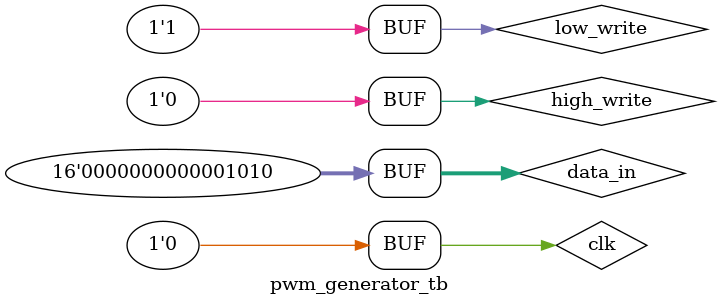
<source format=v>
module pwm_generator_tb;

reg clk;
reg [15:0] data_in;
reg low_write, high_write;
wire [15:0] pwm_out;

pwm_generator pwm_g(clk,data_in,low_write,high_write,pwm_out);

initial
begin

clk=0;

#2
data_in=10;
low_write=1;
high_write=0;

#10
data_in=5;
low_write=0;
high_write=1;

#200
data_in=20;
low_write=1;
high_write=1;

#200
data_in=10;
low_write=1;
high_write=0;

end

initial repeat (1000) #2 clk = ~clk;

always @(pwm_out)
$display("pwm_out:   ",pwm_out,"        ","data_in:   ",data_in,"        ","low_write:   ",low_write,"        ","high_write:   ",high_write,"        ","time:   ",$time);

endmodule

</source>
